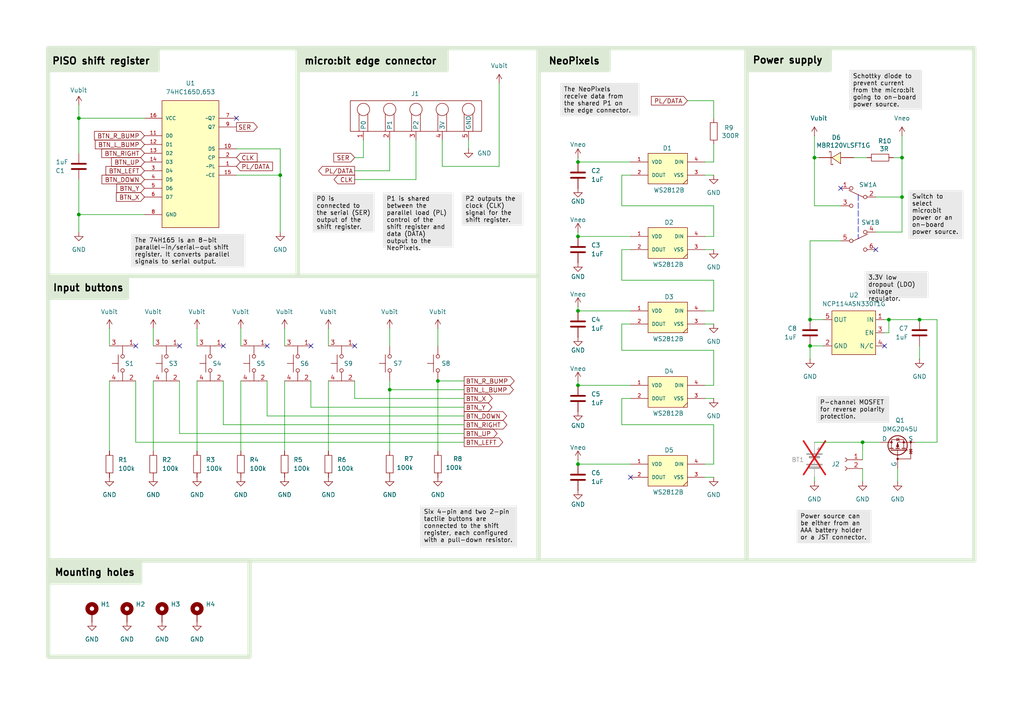
<source format=kicad_sch>
(kicad_sch (version 20250114) (generator "eeschema") (generator_version "9.0")
  (paper "A4")
  (title_block (title "solder:bit Gamepad") (date "2025-07-15") (rev "v0.7") (company "pro² network+ summer school 2025") (comment 1 "Lancaster University") (comment 2 "Manuel Heredia") (comment 3 "solder:bit Gamepad"))
  (rectangle (start 13.97 13.97) (end 45.72 20.32) (stroke (width 1.27) (color 220 234 213 1)) (fill (type color) (color 220 234 213 1)))
  (rectangle (start 13.97 80.01) (end 36.83 86.36) (stroke (width 1.27) (color 220 234 213 1)) (fill (type color) (color 220 234 213 1)))
  (rectangle (start 13.97 162.56) (end 72.39 190.5) (stroke (width 1.27) (color 220 234 213 1)))
  (rectangle (start 216.535 13.97) (end 282.575 162.56) (stroke (width 1.27) (color 220 234 213 1)))
  (rectangle (start 156.21 13.97) (end 176.53 20.32) (stroke (width 1.27) (color 220 234 213 1)) (fill (type color) (color 220 234 213 1)))
  (rectangle (start 13.97 162.56) (end 40.64 168.91) (stroke (width 1.27) (color 220 234 213 1)) (fill (type color) (color 220 234 213 1)))
  (rectangle (start 86.36 13.97) (end 129.54 20.32) (stroke (width 1.27) (color 220 234 213 1)) (fill (type color) (color 220 234 213 1)))
  (rectangle (start 216.535 13.97) (end 240.665 20.32) (stroke (width 1.27) (color 220 234 213 1)) (fill (type color) (color 220 234 213 1)))
  (rectangle (start 86.36 13.97) (end 156.21 80.01) (stroke (width 1.27) (color 220 234 213 1)))
  (rectangle (start 156.21 13.97) (end 216.535 162.56) (stroke (width 1.27) (color 220 234 213 1)))
  (rectangle (start 13.97 80.01) (end 156.21 162.56) (stroke (width 1.27) (color 220 234 213 1)))
  (rectangle (start 13.97 13.97) (end 86.36 80.01) (stroke (width 1.27) (color 220 234 213 1)))
  (text "NeoPixels" (at 159.004 19.05 0) (effects (font (size 2 2) (thickness 0.4) (bold yes)) (justify left bottom)))
  (text "Input buttons" (at 15.24 84.836 0) (effects (font (size 2 2) (thickness 0.4) (bold yes)) (justify left bottom)))
  (text "Power supply" (at 218.186 18.796 0) (effects (font (size 2 2) (thickness 0.4) (bold yes)) (justify left bottom)))
  (text "micro:bit edge connector " (at 88.138 19.05 0) (effects (font (size 2 2) (thickness 0.4) (bold yes)) (justify left bottom)))
  (text "Mounting holes" (at 15.748 167.386 0) (effects (font (size 2 2) (thickness 0.4) (bold yes)) (justify left bottom)))
  (text "PISO shift register" (at 14.986 19.05 0) (effects (font (size 2 2) (thickness 0.4) (bold yes)) (justify left bottom)))
  (text_box "P0 is connected to the serial (SER) output of the shift register." (at 90.805 55.88 0) (size 17.78 11.43) (margins 0.9525 0.9525 0.9525 0.9525) (stroke (width 0) (color 233 233 233 1)) (fill (type color) (color 233 233 233 1)) (effects (font (size 1.27 1.27)) (justify left top)))
  (text_box "P2 outputs the clock (CLK) signal for the shift register." (at 133.985 55.88 0) (size 17.78 9.525) (margins 0.9525 0.9525 0.9525 0.9525) (stroke (width 0) (color 233 233 233 1)) (fill (type color) (color 233 233 233 1)) (effects (font (size 1.27 1.27)) (justify left top)))
  (text_box "Schottky diode to prevent current from the micro:bit going to on-board power source." (at 246.38 20.32 0) (size 20.955 11.43) (margins 0.9525 0.9525 0.9525 0.9525) (stroke (width 0) (color 233 233 233 1)) (fill (type color) (color 233 233 233 1)) (effects (font (size 1.27 1.27)) (justify left top)))
  (text_box "P1 is shared between the parallel load (PL) control of the shift register and data (DATA) output to the NeoPixels." (at 111.125 55.88 0) (size 20.32 15.875) (margins 0.9525 0.9525 0.9525 0.9525) (stroke (width 0) (color 233 233 233 1)) (fill (type color) (color 233 233 233 1)) (effects (font (size 1.27 1.27)) (justify left top)))
  (text_box "Switch to select micro:bit power or an on-board power source." (at 263.525 55.245 0) (size 15.875 13.97) (margins 0.9525 0.9525 0.9525 0.9525) (stroke (width 0) (color 233 233 233 1)) (fill (type color) (color 233 233 233 1)) (effects (font (size 1.27 1.27)) (justify left top)))
  (text_box "3.3V low dropout (LDO) voltage regulator." (at 250.825 78.74 0) (size 18.415 7.62) (margins 0.9525 0.9525 0.9525 0.9525) (stroke (width 0) (color 233 233 233 1)) (fill (type color) (color 233 233 233 1)) (effects (font (size 1.27 1.27)) (justify left top)))
  (text_box "The 74H165 is an 8-bit parallel-in/serial-out shift register. It converts parallel signals to serial output." (at 38.1 67.945 0) (size 33.02 9.525) (margins 0.9525 0.9525 0.9525 0.9525) (stroke (width 0) (color 233 233 233 1)) (fill (type color) (color 233 233 233 1)) (effects (font (size 1.27 1.27)) (justify left top)))
  (text_box "P-channel MOSFET for reverse polarity protection. " (at 236.855 114.935 0) (size 20.955 7.62) (margins 0.9525 0.9525 0.9525 0.9525) (stroke (width 0) (color 233 233 233 1)) (fill (type color) (color 233 233 233 1)) (effects (font (size 1.27 1.27)) (justify left top)))
  (text_box "Six 4-pin and two 2-pin tactile buttons are connected to the shift register, each configured with a pull-down resistor." (at 121.92 146.685 0) (size 27.94 12.065) (margins 0.9525 0.9525 0.9525 0.9525) (stroke (width 0) (color 233 233 233 1)) (fill (type color) (color 233 233 233 1)) (effects (font (size 1.27 1.27)) (justify left top)))
  (text_box "The NeoPixels receive data from the shared P1 on the edge connector. " (at 162.56 24.13 0) (size 22.86 9.525) (margins 0.9525 0.9525 0.9525 0.9525) (stroke (width 0) (color 233 233 233 1)) (fill (type color) (color 233 233 233 1)) (effects (font (size 1.27 1.27)) (justify left top)))
  (text_box "Power source can be either from an AAA battery holder or a JST connector. " (at 231.14 147.955 0) (size 21.59 9.525) (margins 0.9525 0.9525 0.9525 0.9525) (stroke (width 0) (color 233 233 233 1)) (fill (type color) (color 233 233 233 1)) (effects (font (size 1.27 1.27)) (justify left top)))
  (junction (at 167.64 68.58))
  (junction (at 234.95 92.71))
  (junction (at 236.22 45.72))
  (junction (at 266.7 92.71))
  (junction (at 234.95 100.33))
  (junction (at 22.86 62.23))
  (junction (at 22.86 34.29))
  (junction (at 261.62 57.15))
  (junction (at 167.64 46.99))
  (junction (at 81.28 50.8))
  (junction (at 257.81 92.71))
  (junction (at 167.64 90.17))
  (junction (at 167.64 111.76))
  (junction (at 167.64 134.62))
  (junction (at 127 110.49))
  (junction (at 261.62 45.72))
  (junction (at 113.03 113.03))
  (junction (at 250.19 128.27))
  (no_connect (at 243.84 54.61))
  (no_connect (at 52.07 100.33))
  (no_connect (at 77.47 100.33))
  (no_connect (at 64.77 100.33))
  (no_connect (at 254 72.39))
  (no_connect (at 39.37 100.33))
  (no_connect (at 90.17 100.33))
  (no_connect (at 182.88 138.43))
  (no_connect (at 256.54 100.33))
  (no_connect (at 68.58 34.29))
  (no_connect (at 102.87 100.33))
  (wire (pts (xy 207.01 46.99) (xy 204.47 46.99)))
  (wire (pts (xy 113.03 113.03) (xy 113.03 130.81)))
  (wire (pts (xy 259.08 45.72) (xy 261.62 45.72)))
  (wire (pts (xy 167.64 88.9) (xy 167.64 90.17)))
  (wire (pts (xy 204.47 138.43) (xy 207.01 138.43)))
  (wire (pts (xy 237.49 45.72) (xy 236.22 45.72)))
  (wire (pts (xy 182.88 115.57) (xy 180.34 115.57)))
  (wire (pts (xy 261.62 67.31) (xy 254 67.31)))
  (wire (pts (xy 182.88 50.8) (xy 180.34 50.8)))
  (wire (pts (xy 257.81 92.71) (xy 257.81 96.52)))
  (wire (pts (xy 127 110.49) (xy 127 130.81)))
  (wire (pts (xy 180.34 81.28) (xy 207.01 81.28)))
  (wire (pts (xy 167.64 134.62) (xy 182.88 134.62)))
  (wire (pts (xy 22.86 52.07) (xy 22.86 62.23)))
  (wire (pts (xy 120.65 40.64) (xy 120.65 52.07)))
  (wire (pts (xy 167.64 133.35) (xy 167.64 134.62)))
  (wire (pts (xy 238.76 92.71) (xy 234.95 92.71)))
  (wire (pts (xy 102.87 110.49) (xy 102.87 115.57)))
  (wire (pts (xy 120.65 52.07) (xy 102.87 52.07)))
  (wire (pts (xy 250.19 128.27) (xy 250.19 133.35)))
  (wire (pts (xy 236.22 45.72) (xy 236.22 59.69)))
  (wire (pts (xy 69.85 110.49) (xy 69.85 130.81)))
  (wire (pts (xy 128.27 48.26) (xy 144.78 48.26)))
  (wire (pts (xy 167.64 90.17) (xy 182.88 90.17)))
  (wire (pts (xy 167.64 67.31) (xy 167.64 68.58)))
  (wire (pts (xy 127 95.25) (xy 127 100.33)))
  (wire (pts (xy 251.46 45.72) (xy 247.65 45.72)))
  (wire (pts (xy 234.95 69.85) (xy 234.95 92.71)))
  (wire (pts (xy 180.34 101.6) (xy 207.01 101.6)))
  (wire (pts (xy 68.58 50.8) (xy 81.28 50.8)))
  (wire (pts (xy 69.85 95.25) (xy 69.85 100.33)))
  (wire (pts (xy 22.86 34.29) (xy 22.86 44.45)))
  (wire (pts (xy 204.47 93.98) (xy 207.01 93.98)))
  (wire (pts (xy 39.37 110.49) (xy 39.37 128.27)))
  (wire (pts (xy 113.03 49.53) (xy 102.87 49.53)))
  (wire (pts (xy 271.78 92.71) (xy 266.7 92.71)))
  (wire (pts (xy 254 57.15) (xy 261.62 57.15)))
  (wire (pts (xy 204.47 115.57) (xy 207.01 115.57)))
  (wire (pts (xy 167.64 110.49) (xy 167.64 111.76)))
  (wire (pts (xy 90.17 110.49) (xy 90.17 118.11)))
  (wire (pts (xy 81.28 43.18) (xy 81.28 50.8)))
  (wire (pts (xy 82.55 110.49) (xy 82.55 130.81)))
  (wire (pts (xy 167.64 68.58) (xy 182.88 68.58)))
  (wire (pts (xy 64.77 110.49) (xy 64.77 123.19)))
  (wire (pts (xy 207.01 41.91) (xy 207.01 46.99)))
  (wire (pts (xy 167.64 46.99) (xy 182.88 46.99)))
  (wire (pts (xy 90.17 118.11) (xy 134.62 118.11)))
  (wire (pts (xy 207.01 101.6) (xy 207.01 111.76)))
  (wire (pts (xy 41.91 34.29) (xy 22.86 34.29)))
  (wire (pts (xy 113.03 110.49) (xy 113.03 113.03)))
  (wire (pts (xy 243.84 69.85) (xy 234.95 69.85)))
  (wire (pts (xy 134.62 128.27) (xy 39.37 128.27)))
  (wire (pts (xy 102.87 45.72) (xy 105.41 45.72)))
  (wire (pts (xy 260.35 135.89) (xy 260.35 139.7)))
  (wire (pts (xy 180.34 115.57) (xy 180.34 123.19)))
  (wire (pts (xy 236.22 128.27) (xy 250.19 128.27)))
  (wire (pts (xy 250.19 128.27) (xy 255.27 128.27)))
  (wire (pts (xy 207.01 68.58) (xy 204.47 68.58)))
  (wire (pts (xy 113.03 40.64) (xy 113.03 49.53)))
  (wire (pts (xy 167.64 111.76) (xy 182.88 111.76)))
  (wire (pts (xy 182.88 72.39) (xy 180.34 72.39)))
  (wire (pts (xy 52.07 125.73) (xy 134.62 125.73)))
  (wire (pts (xy 207.01 34.29) (xy 207.01 29.21)))
  (wire (pts (xy 265.43 128.27) (xy 271.78 128.27)))
  (wire (pts (xy 68.58 43.18) (xy 81.28 43.18)))
  (wire (pts (xy 22.86 34.29) (xy 22.86 30.48)))
  (wire (pts (xy 207.01 134.62) (xy 204.47 134.62)))
  (wire (pts (xy 105.41 45.72) (xy 105.41 40.64)))
  (wire (pts (xy 127 110.49) (xy 134.62 110.49)))
  (wire (pts (xy 182.88 93.98) (xy 180.34 93.98)))
  (wire (pts (xy 207.01 111.76) (xy 204.47 111.76)))
  (wire (pts (xy 81.28 50.8) (xy 81.28 67.31)))
  (wire (pts (xy 95.25 95.25) (xy 95.25 100.33)))
  (wire (pts (xy 180.34 50.8) (xy 180.34 59.69)))
  (wire (pts (xy 261.62 57.15) (xy 261.62 67.31)))
  (wire (pts (xy 234.95 100.33) (xy 234.95 104.14)))
  (wire (pts (xy 128.27 48.26) (xy 128.27 40.64)))
  (wire (pts (xy 82.55 95.25) (xy 82.55 100.33)))
  (wire (pts (xy 113.03 95.25) (xy 113.03 100.33)))
  (polyline (pts (xy 248.92 56.515) (xy 248.92 69.215)) (stroke (width 0) (type dash)))
  (wire (pts (xy 57.15 110.49) (xy 57.15 130.81)))
  (wire (pts (xy 113.03 113.03) (xy 134.62 113.03)))
  (wire (pts (xy 207.01 90.17) (xy 204.47 90.17)))
  (wire (pts (xy 256.54 96.52) (xy 257.81 96.52)))
  (wire (pts (xy 236.22 39.37) (xy 236.22 45.72)))
  (wire (pts (xy 95.25 110.49) (xy 95.25 130.81)))
  (wire (pts (xy 31.75 95.25) (xy 31.75 100.33)))
  (wire (pts (xy 31.75 110.49) (xy 31.75 130.81)))
  (wire (pts (xy 236.22 59.69) (xy 243.84 59.69)))
  (wire (pts (xy 41.91 62.23) (xy 22.86 62.23)))
  (wire (pts (xy 44.45 110.49) (xy 44.45 130.81)))
  (wire (pts (xy 144.78 24.13) (xy 144.78 48.26)))
  (wire (pts (xy 261.62 45.72) (xy 261.62 57.15)))
  (wire (pts (xy 238.76 100.33) (xy 234.95 100.33)))
  (wire (pts (xy 266.7 92.71) (xy 257.81 92.71)))
  (wire (pts (xy 271.78 128.27) (xy 271.78 92.71)))
  (wire (pts (xy 207.01 59.69) (xy 207.01 68.58)))
  (wire (pts (xy 261.62 39.37) (xy 261.62 45.72)))
  (wire (pts (xy 180.34 123.19) (xy 207.01 123.19)))
  (wire (pts (xy 236.22 139.7) (xy 236.22 138.43)))
  (wire (pts (xy 64.77 123.19) (xy 134.62 123.19)))
  (wire (pts (xy 180.34 72.39) (xy 180.34 81.28)))
  (wire (pts (xy 22.86 62.23) (xy 22.86 67.31)))
  (wire (pts (xy 167.64 45.72) (xy 167.64 46.99)))
  (wire (pts (xy 250.19 139.7) (xy 250.19 135.89)))
  (wire (pts (xy 207.01 29.21) (xy 199.39 29.21)))
  (wire (pts (xy 102.87 115.57) (xy 134.62 115.57)))
  (wire (pts (xy 266.7 100.33) (xy 266.7 104.14)))
  (wire (pts (xy 207.01 81.28) (xy 207.01 90.17)))
  (wire (pts (xy 204.47 72.39) (xy 207.01 72.39)))
  (wire (pts (xy 135.89 40.64) (xy 135.89 43.18)))
  (wire (pts (xy 180.34 93.98) (xy 180.34 101.6)))
  (wire (pts (xy 180.34 59.69) (xy 207.01 59.69)))
  (wire (pts (xy 52.07 110.49) (xy 52.07 125.73)))
  (wire (pts (xy 77.47 120.65) (xy 134.62 120.65)))
  (wire (pts (xy 207.01 123.19) (xy 207.01 134.62)))
  (wire (pts (xy 257.81 92.71) (xy 256.54 92.71)))
  (wire (pts (xy 207.01 50.8) (xy 204.47 50.8)))
  (wire (pts (xy 77.47 110.49) (xy 77.47 120.65)))
  (wire (pts (xy 44.45 95.25) (xy 44.45 100.33)))
  (wire (pts (xy 57.15 95.25) (xy 57.15 100.33)))
  (global_label "BTN_R_BUMP" (shape output) (at 134.62 110.49 0) (property "Intersheetrefs" "${INTERSHEET_REFS}" (effects (hide yes))))
  (global_label "BTN_UP" (shape input) (at 41.91 46.99 180) (property "Intersheetrefs" "${INTERSHEET_REFS}" (effects (hide yes))))
  (global_label "SER" (shape output) (at 68.58 36.83 0) (property "Intersheetrefs" "${INTERSHEET_REFS}" (effects (hide yes))))
  (global_label "BTN_Y" (shape input) (at 41.91 54.61 180) (property "Intersheetrefs" "${INTERSHEET_REFS}" (effects (hide yes))))
  (global_label "BTN_RIGHT" (shape output) (at 134.62 123.19 0) (property "Intersheetrefs" "${INTERSHEET_REFS}" (effects (hide yes))))
  (global_label "CLK" (shape input) (at 68.58 45.72 0) (property "Intersheetrefs" "${INTERSHEET_REFS}" (effects (hide yes))))
  (global_label "BTN_LEFT" (shape input) (at 41.91 49.53 180) (property "Intersheetrefs" "${INTERSHEET_REFS}" (effects (hide yes))))
  (global_label "BTN_DOWN" (shape output) (at 134.62 120.65 0) (property "Intersheetrefs" "${INTERSHEET_REFS}" (effects (hide yes))))
  (global_label "BTN_X" (shape input) (at 41.91 57.15 180) (property "Intersheetrefs" "${INTERSHEET_REFS}" (effects (hide yes))))
  (global_label "BTN_DOWN" (shape input) (at 41.91 52.07 180) (property "Intersheetrefs" "${INTERSHEET_REFS}" (effects (hide yes))))
  (global_label "BTN_L_BUMP" (shape output) (at 134.62 113.03 0) (property "Intersheetrefs" "${INTERSHEET_REFS}" (effects (hide yes))))
  (global_label "SER" (shape input) (at 102.87 45.72 180) (property "Intersheetrefs" "${INTERSHEET_REFS}" (effects (hide yes))))
  (global_label "BTN_LEFT" (shape output) (at 134.62 128.27 0) (property "Intersheetrefs" "${INTERSHEET_REFS}" (effects (hide yes))))
  (global_label "BTN_L_BUMP" (shape input) (at 41.91 41.91 180) (property "Intersheetrefs" "${INTERSHEET_REFS}" (effects (hide yes))))
  (global_label "PL{slash}DATA" (shape input) (at 68.58 48.26 0) (property "Intersheetrefs" "${INTERSHEET_REFS}" (effects (hide yes))))
  (global_label "BTN_Y" (shape output) (at 134.62 118.11 0) (property "Intersheetrefs" "${INTERSHEET_REFS}" (effects (hide yes))))
  (global_label "PL{slash}DATA" (shape output) (at 102.87 49.53 180) (property "Intersheetrefs" "${INTERSHEET_REFS}" (effects (hide yes))))
  (global_label "BTN_UP" (shape output) (at 134.62 125.73 0) (property "Intersheetrefs" "${INTERSHEET_REFS}" (effects (hide yes))))
  (global_label "CLK" (shape output) (at 102.87 52.07 180) (property "Intersheetrefs" "${INTERSHEET_REFS}" (effects (hide yes))))
  (global_label "BTN_RIGHT" (shape input) (at 41.91 44.45 180) (property "Intersheetrefs" "${INTERSHEET_REFS}" (effects (hide yes))))
  (global_label "BTN_X" (shape output) (at 134.62 115.57 0) (property "Intersheetrefs" "${INTERSHEET_REFS}" (effects (hide yes))))
  (global_label "BTN_R_BUMP" (shape input) (at 41.91 39.37 180) (property "Intersheetrefs" "${INTERSHEET_REFS}" (effects (hide yes))))
  (global_label "PL{slash}DATA" (shape input) (at 199.39 29.21 180) (property "Intersheetrefs" "${INTERSHEET_REFS}" (effects (hide yes))))
  (symbol (lib_id "Solderbit_Gamepad:Resistor") (at 82.55 134.62 0) (mirror y) (unit 1)
    (property "Reference" "R5" (at 85.09 133.35 0) (effects (justify right)))
    (property "Value" "100k" (at 85.09 135.8899 0) (effects (justify right)))
    (property "Footprint" "Solderbit_Gamepad:1206_Resistor" (effects (hide yes)))
    (property "Description" "Resistor" (effects (hide yes)))
    (property "Basic" "Yes" (effects (hide yes)))
    (property "LCSC Part" "C17900" (effects (hide yes)))
    (property "Package" "1206" (effects (hide yes)))
  )
  (symbol (lib_id "power:GND") (at 207.01 138.43 0) (unit 1)
    (property "Reference" "#PWR015" (effects (hide yes)))
    (property "Value" "GND" (at 207.01 143.51 0))
    (property "Description" "Power symbol creates a global label with name \"GND\" , ground" (effects (hide yes)))
  )
  (symbol (lib_id "power:GND") (at 82.55 138.43 0) (mirror y) (unit 1)
    (property "Reference" "#PWR034" (effects (hide yes)))
    (property "Value" "GND" (at 82.55 143.51 0))
    (property "Description" "Power symbol creates a global label with name \"GND\" , ground" (effects (hide yes)))
  )
  (symbol (lib_name "NeoPixel_WS2812B_1") (lib_id "Solderbit_Gamepad:NeoPixel_WS2812B") (at 194.31 73.66 0) (unit 1)
    (property "Reference" "D2" (at 194.056 64.516 0))
    (property "Value" "WS2812B" (at 193.802 76.708 0))
    (property "Footprint" "Solderbit_Gamepad:NeoPixel_WS2812B" (effects (hide yes)))
    (property "Description" "NeoPixel (WS2812B)" (effects (hide yes)))
  )
  (symbol (lib_id "power:GND") (at 113.03 138.43 0) (mirror y) (unit 1)
    (property "Reference" "#PWR038" (effects (hide yes)))
    (property "Value" "GND" (at 113.03 143.51 0))
    (property "Description" "Power symbol creates a global label with name \"GND\" , ground" (effects (hide yes)))
  )
  (symbol (lib_id "Mechanical:MountingHole_Pad") (at 26.67 177.8 0) (unit 1)
    (property "Reference" "H1" (at 29.21 175.2599 0) (effects (justify left)))
    (property "Value" "MountingHole_Pad" (effects (hide yes)))
    (property "Footprint" "Solderbit_Gamepad:MountingHole_Pad" (effects (hide yes)))
    (property "Description" "Mounting Hole with connection" (effects (hide yes)))
  )
  (symbol (lib_id "power:+3V0") (at 236.22 39.37 0) (mirror y) (unit 1)
    (property "Reference" "#PWR025" (effects (hide yes)))
    (property "Value" "Vubit" (at 237.49 34.29 0))
    (property "Description" "Power symbol creates a global label with name \"+3V0\"" (effects (hide yes)))
  )
  (symbol (lib_id "power:GND") (at 167.64 54.61 0) (unit 1)
    (property "Reference" "#PWR08" (effects (hide yes)))
    (property "Value" "GND" (at 167.64 58.42 0))
    (property "Description" "Power symbol creates a global label with name \"GND\" , ground" (effects (hide yes)))
  )
  (symbol (lib_id "Solderbit_Gamepad:Tactile_Switch_2_Pin") (at 127 105.41 0) (unit 1)
    (property "Reference" "S8" (at 128.016 105.41 0) (effects (justify left)))
    (property "Value" "TS-1037-A4B3-D2" (effects (hide yes)))
    (property "Footprint" "Solderbit_Gamepad:Tactile_Switch_Right_90_Degrees" (effects (hide yes)))
    (property "Description" "Push button switch, generic, two pins" (effects (hide yes)))
    (property "Package" "SMD,6x6mm" (effects (hide yes)))
    (property "Basic" "No" (effects (hide yes)))
    (property "LCSC Part" "C499324" (effects (hide yes)))
  )
  (symbol (lib_id "Solderbit_Gamepad:Tactile_Switch_2_Pin") (at 113.03 105.41 0) (unit 1)
    (property "Reference" "S7" (at 114.046 105.41 0) (effects (justify left)))
    (property "Value" "TS-1037-A4B3-D2" (effects (hide yes)))
    (property "Footprint" "Solderbit_Gamepad:Tactile_Switch_Left_90_Degrees" (effects (hide yes)))
    (property "Description" "Push button switch, generic, two pins" (effects (hide yes)))
    (property "Package" "SMD,6x6mm" (effects (hide yes)))
    (property "Basic" "No" (effects (hide yes)))
    (property "LCSC Part" "C499324" (effects (hide yes)))
  )
  (symbol (lib_id "Solderbit_Gamepad:Capacitor") (at 167.64 50.8 0) (unit 1)
    (property "Reference" "C2" (at 171.45 49.5299 0) (effects (justify left)))
    (property "Value" "1uF" (at 171.45 52.0699 0) (effects (justify left)))
    (property "Footprint" "Solderbit_Gamepad:1206_Capacitor" (effects (hide yes)))
    (property "Description" "Unpolarized capacitor" (effects (hide yes)))
    (property "Basic" "Yes" (effects (hide yes)))
    (property "LCSC Part" "C1848" (effects (hide yes)))
    (property "Package" "1206" (effects (hide yes)))
  )
  (symbol (lib_id "power:+3V0") (at 22.86 30.48 0) (unit 1)
    (property "Reference" "#PWR03" (effects (hide yes)))
    (property "Value" "Vubit" (at 20.32 26.162 0) (effects (justify left)))
    (property "Description" "Power symbol creates a global label with name \"+3V0\"" (effects (hide yes)))
  )
  (symbol (lib_id "power:GND") (at 236.22 139.7 0) (mirror y) (unit 1)
    (property "Reference" "#PWR043" (effects (hide yes)))
    (property "Value" "GND" (at 236.22 144.78 0))
    (property "Description" "Power symbol creates a global label with name \"GND\" , ground" (effects (hide yes)))
  )
  (symbol (lib_name "Tactile_Switch_4_Pin_3") (lib_id "Solderbit_Gamepad:Tactile_Switch_4_Pin") (at 73.66 105.41 0) (mirror y) (unit 1)
    (property "Reference" "S5" (at 76.962 106.172 0) (effects (justify left bottom)))
    (property "Value" "TS-1002S-AR06026" (effects (hide yes)))
    (property "Footprint" "Solderbit_Gamepad:Tactile_Switch" (effects (hide yes)))
    (property "Description" "Tactile switch button, 4 pins" (effects (hide yes)))
  )
  (symbol (lib_id "Solderbit_Gamepad:Resistor") (at 57.15 134.62 0) (mirror y) (unit 1)
    (property "Reference" "R3" (at 59.69 133.35 0) (effects (justify right)))
    (property "Value" "100k" (at 59.69 135.8899 0) (effects (justify right)))
    (property "Footprint" "Solderbit_Gamepad:1206_Resistor" (effects (hide yes)))
    (property "Description" "Resistor" (effects (hide yes)))
    (property "Basic" "Yes" (effects (hide yes)))
    (property "LCSC Part" "C17900" (effects (hide yes)))
    (property "Package" "1206" (effects (hide yes)))
  )
  (symbol (lib_id "Solderbit_Gamepad:Resistor") (at 31.75 134.62 0) (mirror y) (unit 1)
    (property "Reference" "R1" (at 34.29 133.3499 0) (effects (justify right)))
    (property "Value" "100k" (at 34.29 135.8899 0) (effects (justify right)))
    (property "Footprint" "Solderbit_Gamepad:1206_Resistor" (effects (hide yes)))
    (property "Description" "Resistor" (effects (hide yes)))
    (property "Basic" "Yes" (effects (hide yes)))
    (property "LCSC Part" "C17900" (effects (hide yes)))
    (property "Package" "1206" (effects (hide yes)))
  )
  (symbol (lib_id "Solderbit_Gamepad:Capacitor") (at 266.7 96.52 0) (mirror y) (unit 1)
    (property "Reference" "C7" (at 263.398 95.25 0) (effects (justify left)))
    (property "Value" "1uF" (at 263.398 97.79 0) (effects (justify left)))
    (property "Footprint" "Solderbit_Gamepad:1206_Capacitor" (effects (hide yes)))
    (property "Description" "Unpolarized capacitor" (effects (hide yes)))
    (property "Basic" "Yes" (effects (hide yes)))
    (property "LCSC Part" "C1848" (effects (hide yes)))
    (property "Package" "1206" (effects (hide yes)))
  )
  (symbol (lib_name "Sliding_Switch_DPDT_1") (lib_id "Solderbit_Gamepad:Sliding_Switch_DPDT") (at 248.92 69.85 0) (unit 2)
    (property "Reference" "SW1" (at 252.476 64.516 0))
    (property "Value" "MST22D18G2 125" (effects (hide yes)))
    (property "Footprint" "Solderbit_Gamepad:Sliding_Switch_DPDT" (effects (hide yes)))
    (property "Description" "Switch, dual pole double throw, separate symbols" (effects (hide yes)))
    (property "Basic" "No" (effects (hide yes)))
    (property "LCSC Part" "C2906280" (effects (hide yes)))
    (property "Package" "SMD" (effects (hide yes)))
  )
  (symbol (lib_id "Solderbit_Gamepad:Shift_Register_74HC165D") (at 59.69 50.8 0) (unit 1)
    (property "Reference" "U1" (at 55.245 24.13 0))
    (property "Value" "74HC165D,653" (at 55.245 26.67 0))
    (property "Footprint" "Solderbit_Gamepad:Shift_Register_74HC165D" (effects (hide yes)))
    (property "Description" "Parallel in, serial out (PISO) shift register" (effects (hide yes)))
    (property "Basic" "No" (effects (hide yes)))
    (property "LCSC Part" "C5613" (effects (hide yes)))
    (property "Package" " SOIC-16" (effects (hide yes)))
  )
  (symbol (lib_id "power:+3V0") (at 167.64 67.31 0) (unit 1)
    (property "Reference" "#PWR020" (effects (hide yes)))
    (property "Value" "Vneo" (at 167.64 63.754 0))
    (property "Description" "Power symbol creates a global label with name \"+3V0\"" (effects (hide yes)))
  )
  (symbol (lib_id "power:GND") (at 57.15 180.34 0) (unit 1)
    (property "Reference" "#PWR048" (effects (hide yes)))
    (property "Value" "GND" (at 57.15 185.42 0))
    (property "Description" "Power symbol creates a global label with name \"GND\" , ground" (effects (hide yes)))
  )
  (symbol (lib_name "NeoPixel_WS2812B_1") (lib_id "Solderbit_Gamepad:NeoPixel_WS2812B") (at 194.31 116.84 0) (unit 1)
    (property "Reference" "D4" (at 194.056 107.696 0))
    (property "Value" "WS2812B" (at 193.802 119.888 0))
    (property "Footprint" "Solderbit_Gamepad:NeoPixel_WS2812B" (effects (hide yes)))
    (property "Description" "NeoPixel (WS2812B)" (effects (hide yes)))
  )
  (symbol (lib_id "power:GND") (at 260.35 139.7 0) (mirror y) (unit 1)
    (property "Reference" "#PWR09" (effects (hide yes)))
    (property "Value" "GND" (at 260.35 144.78 0))
    (property "Description" "Power symbol creates a global label with name \"GND\" , ground" (effects (hide yes)))
  )
  (symbol (lib_id "Connector:Conn_01x02_Socket") (at 245.11 133.35 0) (mirror y) (unit 1)
    (property "Reference" "J2" (at 243.586 134.62 0) (effects (justify left)))
    (property "Value" "S2B-PH-SM4-TB(LF)(SN)" (effects (hide yes)))
    (property "Footprint" "Solderbit_Gamepad:JST_PH_S2B-PH-SM4-TB" (effects (hide yes)))
    (property "Description" "Generic connector, single row, 01x02, script generated" (effects (hide yes)))
    (property "Basic" "No" (effects (hide yes)))
    (property "LCSC Part" "C295747" (effects (hide yes)))
    (property "Package" "SMD,P=2mm,Surface Mount，Right Angle" (effects (hide yes)))
  )
  (symbol (lib_id "Solderbit_Gamepad:Microbit_Edge_Connector") (at 120.65 34.29 0) (unit 1) (in_bom no)
    (property "Reference" "J1" (at 120.396 27.178 0))
    (property "Value" "Microbit_Edge_Connector" (effects (hide yes)))
    (property "Footprint" "Solderbit_Gamepad:Microbit_Edge_Connector" (effects (hide yes)))
    (property "Description" "Custom designed edge connector for the micro:bit" (effects (hide yes)))
  )
  (symbol (lib_id "Mechanical:MountingHole_Pad") (at 46.99 177.8 0) (unit 1)
    (property "Reference" "H3" (at 49.53 175.2599 0) (effects (justify left)))
    (property "Value" "MountingHole_Pad" (effects (hide yes)))
    (property "Footprint" "Solderbit_Gamepad:MountingHole_Pad" (effects (hide yes)))
    (property "Description" "Mounting Hole with connection" (effects (hide yes)))
  )
  (symbol (lib_id "power:GND") (at 69.85 138.43 0) (mirror y) (unit 1)
    (property "Reference" "#PWR033" (effects (hide yes)))
    (property "Value" "GND" (at 69.85 143.51 0))
    (property "Description" "Power symbol creates a global label with name \"GND\" , ground" (effects (hide yes)))
  )
  (symbol (lib_id "power:GND") (at 167.64 97.79 0) (unit 1)
    (property "Reference" "#PWR013" (effects (hide yes)))
    (property "Value" "GND" (at 167.64 101.6 0))
    (property "Description" "Power symbol creates a global label with name \"GND\" , ground" (effects (hide yes)))
  )
  (symbol (lib_id "power:+3V0") (at 69.85 95.25 0) (mirror y) (unit 1)
    (property "Reference" "#PWR029" (effects (hide yes)))
    (property "Value" "Vubit" (at 67.31 90.424 0) (effects (justify right)))
    (property "Description" "Power symbol creates a global label with name \"+3V0\"" (effects (hide yes)))
  )
  (symbol (lib_id "Solderbit_Gamepad:Capacitor") (at 167.64 93.98 0) (unit 1)
    (property "Reference" "C4" (at 171.45 92.7099 0) (effects (justify left)))
    (property "Value" "1uF" (at 171.45 95.2499 0) (effects (justify left)))
    (property "Footprint" "Solderbit_Gamepad:1206_Capacitor" (effects (hide yes)))
    (property "Description" "Unpolarized capacitor" (effects (hide yes)))
    (property "Basic" "Yes" (effects (hide yes)))
    (property "LCSC Part" "C1848" (effects (hide yes)))
    (property "Package" "1206" (effects (hide yes)))
  )
  (symbol (lib_id "power:GND") (at 57.15 138.43 0) (mirror y) (unit 1)
    (property "Reference" "#PWR032" (effects (hide yes)))
    (property "Value" "GND" (at 57.15 143.51 0))
    (property "Description" "Power symbol creates a global label with name \"GND\" , ground" (effects (hide yes)))
  )
  (symbol (lib_id "Solderbit_Gamepad:Capacitor") (at 167.64 138.43 0) (unit 1)
    (property "Reference" "C6" (at 171.45 137.1599 0) (effects (justify left)))
    (property "Value" "1uF" (at 171.45 139.6999 0) (effects (justify left)))
    (property "Footprint" "Solderbit_Gamepad:1206_Capacitor" (effects (hide yes)))
    (property "Description" "Unpolarized capacitor" (effects (hide yes)))
    (property "Basic" "Yes" (effects (hide yes)))
    (property "LCSC Part" "C1848" (effects (hide yes)))
    (property "Package" "1206" (effects (hide yes)))
  )
  (symbol (lib_name "NeoPixel_WS2812B_1") (lib_id "Solderbit_Gamepad:NeoPixel_WS2812B") (at 194.31 95.25 0) (unit 1)
    (property "Reference" "D3" (at 194.056 86.106 0))
    (property "Value" "WS2812B" (at 193.802 98.298 0))
    (property "Footprint" "Solderbit_Gamepad:NeoPixel_WS2812B" (effects (hide yes)))
    (property "Description" "NeoPixel (WS2812B)" (effects (hide yes)))
  )
  (symbol (lib_id "power:GND") (at 44.45 138.43 0) (mirror y) (unit 1)
    (property "Reference" "#PWR031" (effects (hide yes)))
    (property "Value" "GND" (at 44.45 143.51 0))
    (property "Description" "Power symbol creates a global label with name \"GND\" , ground" (effects (hide yes)))
  )
  (symbol (lib_id "Solderbit_Gamepad:Resistor") (at 113.03 134.62 0) (mirror x) (unit 1)
    (property "Reference" "R7" (at 119.888 133.0961 0) (effects (justify right)))
    (property "Value" "100k" (at 119.888 135.636 0) (effects (justify right)))
    (property "Footprint" "Solderbit_Gamepad:1206_Resistor" (effects (hide yes)))
    (property "Description" "Resistor" (effects (hide yes)))
    (property "Basic" "Yes" (effects (hide yes)))
    (property "LCSC Part" "C17900" (effects (hide yes)))
    (property "Package" "1206" (effects (hide yes)))
  )
  (symbol (lib_id "power:GND") (at 167.64 76.2 0) (unit 1)
    (property "Reference" "#PWR012" (effects (hide yes)))
    (property "Value" "GND" (at 167.64 80.264 0))
    (property "Description" "Power symbol creates a global label with name \"GND\" , ground" (effects (hide yes)))
  )
  (symbol (lib_id "Solderbit_Gamepad:Capacitor") (at 234.95 96.52 0) (mirror y) (unit 1)
    (property "Reference" "C8" (at 231.14 95.2499 0) (effects (justify left)))
    (property "Value" "1uF" (at 231.14 97.7899 0) (effects (justify left)))
    (property "Footprint" "Solderbit_Gamepad:1206_Capacitor" (effects (hide yes)))
    (property "Description" "Unpolarized capacitor" (effects (hide yes)))
    (property "Basic" "Yes" (effects (hide yes)))
    (property "LCSC Part" "C1848" (effects (hide yes)))
    (property "Package" "1206" (effects (hide yes)))
  )
  (symbol (lib_name "Tactile_Switch_4_Pin_3") (lib_id "Solderbit_Gamepad:Tactile_Switch_4_Pin") (at 60.96 105.41 0) (mirror y) (unit 1)
    (property "Reference" "S4" (at 64.262 106.172 0) (effects (justify left bottom)))
    (property "Value" "TS-1002S-AR06026" (effects (hide yes)))
    (property "Footprint" "Solderbit_Gamepad:Tactile_Switch" (effects (hide yes)))
    (property "Description" "Tactile switch button, 4 pins" (effects (hide yes)))
  )
  (symbol (lib_name "Tactile_Switch_4_Pin_3") (lib_id "Solderbit_Gamepad:Tactile_Switch_4_Pin") (at 99.06 105.41 0) (mirror y) (unit 1)
    (property "Reference" "S9" (at 102.362 106.172 0) (effects (justify left bottom)))
    (property "Value" "TS-1002S-AR06026" (effects (hide yes)))
    (property "Footprint" "Solderbit_Gamepad:Tactile_Switch" (effects (hide yes)))
    (property "Description" "Tactile switch button, 4 pins" (effects (hide yes)))
  )
  (symbol (lib_id "Solderbit_Gamepad:Resistor") (at 69.85 134.62 0) (mirror y) (unit 1)
    (property "Reference" "R4" (at 72.39 133.35 0) (effects (justify right)))
    (property "Value" "100k" (at 72.39 135.8899 0) (effects (justify right)))
    (property "Footprint" "Solderbit_Gamepad:1206_Resistor" (effects (hide yes)))
    (property "Description" "Resistor" (effects (hide yes)))
    (property "Basic" "Yes" (effects (hide yes)))
    (property "LCSC Part" "C17900" (effects (hide yes)))
    (property "Package" "1206" (effects (hide yes)))
  )
  (symbol (lib_id "power:+3V0") (at 167.64 88.9 0) (unit 1)
    (property "Reference" "#PWR021" (effects (hide yes)))
    (property "Value" "Vneo" (at 167.64 85.344 0))
    (property "Description" "Power symbol creates a global label with name \"+3V0\"" (effects (hide yes)))
  )
  (symbol (lib_id "Solderbit_Gamepad:Resistor") (at 207.01 38.1 180) (unit 1)
    (property "Reference" "R9" (at 210.058 37.084 0) (effects (justify right)))
    (property "Value" "300R" (at 209.296 39.37 0) (effects (justify right)))
    (property "Footprint" "Solderbit_Gamepad:1206_Resistor" (effects (hide yes)))
    (property "Description" "Resistor" (effects (hide yes)))
    (property "Basic" "Yes" (effects (hide yes)))
    (property "LCSC Part" "C17887" (effects (hide yes)))
    (property "Package" "1206" (effects (hide yes)))
  )
  (symbol (lib_id "power:GND") (at 36.83 180.34 0) (unit 1)
    (property "Reference" "#PWR046" (effects (hide yes)))
    (property "Value" "GND" (at 36.83 185.42 0))
    (property "Description" "Power symbol creates a global label with name \"GND\" , ground" (effects (hide yes)))
  )
  (symbol (lib_id "power:+3V0") (at 167.64 45.72 0) (unit 1)
    (property "Reference" "#PWR019" (effects (hide yes)))
    (property "Value" "Vneo" (at 167.64 41.91 0))
    (property "Description" "Power symbol creates a global label with name \"+3V0\"" (effects (hide yes)))
  )
  (symbol (lib_id "power:GND") (at 234.95 104.14 0) (mirror y) (unit 1)
    (property "Reference" "#PWR041" (effects (hide yes)))
    (property "Value" "GND" (at 234.95 109.22 0))
    (property "Description" "Power symbol creates a global label with name \"GND\" , ground" (effects (hide yes)))
  )
  (symbol (lib_id "power:GND") (at 207.01 115.57 0) (unit 1)
    (property "Reference" "#PWR05" (effects (hide yes)))
    (property "Value" "GND" (at 207.01 120.65 0))
    (property "Description" "Power symbol creates a global label with name \"GND\" , ground" (effects (hide yes)))
  )
  (symbol (lib_id "power:GND") (at 135.89 43.18 0) (unit 1)
    (property "Reference" "#PWR011" (effects (hide yes)))
    (property "Value" "GND" (at 138.43 44.4499 0) (effects (justify left)))
    (property "Description" "Power symbol creates a global label with name \"GND\" , ground" (effects (hide yes)))
  )
  (symbol (lib_id "power:GND") (at 250.19 139.7 0) (mirror y) (unit 1)
    (property "Reference" "#PWR044" (effects (hide yes)))
    (property "Value" "GND" (at 250.19 144.78 0))
    (property "Description" "Power symbol creates a global label with name \"GND\" , ground" (effects (hide yes)))
  )
  (symbol (lib_id "Solderbit_Gamepad:Capacitor") (at 167.64 115.57 0) (unit 1)
    (property "Reference" "C5" (at 171.45 114.2999 0) (effects (justify left)))
    (property "Value" "1uF" (at 171.45 116.8399 0) (effects (justify left)))
    (property "Footprint" "Solderbit_Gamepad:1206_Capacitor" (effects (hide yes)))
    (property "Description" "Unpolarized capacitor" (effects (hide yes)))
    (property "Basic" "Yes" (effects (hide yes)))
    (property "LCSC Part" "C1848" (effects (hide yes)))
    (property "Package" "1206" (effects (hide yes)))
  )
  (symbol (lib_id "power:GND") (at 22.86 67.31 0) (unit 1)
    (property "Reference" "#PWR04" (effects (hide yes)))
    (property "Value" "GND" (at 22.86 72.39 0))
    (property "Description" "Power symbol creates a global label with name \"GND\" , ground" (effects (hide yes)))
  )
  (symbol (lib_id "power:GND") (at 167.64 142.24 0) (unit 1)
    (property "Reference" "#PWR016" (effects (hide yes)))
    (property "Value" "GND" (at 167.64 146.304 0))
    (property "Description" "Power symbol creates a global label with name \"GND\" , ground" (effects (hide yes)))
  )
  (symbol (lib_id "power:GND") (at 31.75 138.43 0) (mirror y) (unit 1)
    (property "Reference" "#PWR02" (effects (hide yes)))
    (property "Value" "GND" (at 31.75 143.51 0))
    (property "Description" "Power symbol creates a global label with name \"GND\" , ground" (effects (hide yes)))
  )
  (symbol (lib_id "power:+3V0") (at 82.55 95.25 0) (mirror y) (unit 1)
    (property "Reference" "#PWR030" (effects (hide yes)))
    (property "Value" "Vubit" (at 80.01 90.424 0) (effects (justify right)))
    (property "Description" "Power symbol creates a global label with name \"+3V0\"" (effects (hide yes)))
  )
  (symbol (lib_id "Solderbit_Gamepad:Resistor") (at 255.27 45.72 270) (unit 1)
    (property "Reference" "R10" (at 258.572 40.894 90) (effects (justify right)))
    (property "Value" "3R" (at 257.81 43.18 90) (effects (justify right)))
    (property "Footprint" "Solderbit_Gamepad:1206_Resistor" (effects (hide yes)))
    (property "Description" "Resistor" (effects (hide yes)))
    (property "Basic" "No" (effects (hide yes)))
    (property "LCSC Part" "C17939" (effects (hide yes)))
    (property "Package" "1206" (effects (hide yes)))
  )
  (symbol (lib_id "Solderbit_Gamepad:Capacitor") (at 22.86 48.26 180) (unit 1)
    (property "Reference" "C1" (at 18.796 49.53 0) (effects (justify left)))
    (property "Value" "1uF" (at 19.812 46.99 0) (effects (justify left)))
    (property "Footprint" "Solderbit_Gamepad:1206_Capacitor" (effects (hide yes)))
    (property "Description" "Unpolarized capacitor" (effects (hide yes)))
    (property "Basic" "Yes" (effects (hide yes)))
    (property "LCSC Part" "C1848" (effects (hide yes)))
    (property "Package" "1206" (effects (hide yes)))
  )
  (symbol (lib_id "power:GND") (at 127 138.43 0) (mirror y) (unit 1)
    (property "Reference" "#PWR039" (effects (hide yes)))
    (property "Value" "GND" (at 127 143.51 0))
    (property "Description" "Power symbol creates a global label with name \"GND\" , ground" (effects (hide yes)))
  )
  (symbol (lib_id "power:GND") (at 26.67 180.34 0) (unit 1)
    (property "Reference" "#PWR045" (effects (hide yes)))
    (property "Value" "GND" (at 26.67 185.42 0))
    (property "Description" "Power symbol creates a global label with name \"GND\" , ground" (effects (hide yes)))
  )
  (symbol (lib_id "power:GND") (at 46.99 180.34 0) (unit 1)
    (property "Reference" "#PWR047" (effects (hide yes)))
    (property "Value" "GND" (at 46.99 185.42 0))
    (property "Description" "Power symbol creates a global label with name \"GND\" , ground" (effects (hide yes)))
  )
  (symbol (lib_name "NeoPixel_WS2812B_1") (lib_id "Solderbit_Gamepad:NeoPixel_WS2812B") (at 194.31 139.7 0) (unit 1)
    (property "Reference" "D5" (at 194.056 130.556 0))
    (property "Value" "WS2812B" (at 193.802 142.748 0))
    (property "Footprint" "Solderbit_Gamepad:NeoPixel_WS2812B" (effects (hide yes)))
    (property "Description" "NeoPixel (WS2812B)" (effects (hide yes)))
  )
  (symbol (lib_id "power:+3V0") (at 44.45 95.25 0) (mirror y) (unit 1)
    (property "Reference" "#PWR027" (effects (hide yes)))
    (property "Value" "Vubit" (at 41.91 90.424 0) (effects (justify right)))
    (property "Description" "Power symbol creates a global label with name \"+3V0\"" (effects (hide yes)))
  )
  (symbol (lib_id "Device:Battery") (at 236.22 133.35 0) (unit 1) (dnp yes)
    (property "Reference" "BT1" (at 231.394 133.35 0))
    (property "Value" "BH-AAA-B5AA001" (effects (hide yes)))
    (property "Footprint" "Solderbit_Gamepad:Battery_Holder" (effects (hide yes)))
    (property "Description" "Multiple-cell battery" (effects (hide yes)))
    (property "Basic" "No" (effects (hide yes)))
    (property "LCSC Part" "C964881" (effects (hide yes)))
    (property "Package" "SMD" (effects (hide yes)))
  )
  (symbol (lib_id "power:+3V0") (at 127 95.25 0) (mirror y) (unit 1)
    (property "Reference" "#PWR040" (effects (hide yes)))
    (property "Value" "Vubit" (at 124.46 90.424 0) (effects (justify right)))
    (property "Description" "Power symbol creates a global label with name \"+3V0\"" (effects (hide yes)))
  )
  (symbol (lib_id "Solderbit_Gamepad:Resistor") (at 44.45 134.62 0) (mirror y) (unit 1)
    (property "Reference" "R2" (at 46.99 133.35 0) (effects (justify right)))
    (property "Value" "100k" (at 46.99 135.8899 0) (effects (justify right)))
    (property "Footprint" "Solderbit_Gamepad:1206_Resistor" (effects (hide yes)))
    (property "Description" "Resistor" (effects (hide yes)))
    (property "Basic" "Yes" (effects (hide yes)))
    (property "LCSC Part" "C17900" (effects (hide yes)))
    (property "Package" "1206" (effects (hide yes)))
  )
  (symbol (lib_id "power:+3V0") (at 31.75 95.25 0) (mirror y) (unit 1)
    (property "Reference" "#PWR026" (effects (hide yes)))
    (property "Value" "Vubit" (at 29.21 90.424 0) (effects (justify right)))
    (property "Description" "Power symbol creates a global label with name \"+3V0\"" (effects (hide yes)))
  )
  (symbol (lib_id "power:GND") (at 207.01 50.8 0) (unit 1)
    (property "Reference" "#PWR018" (effects (hide yes)))
    (property "Value" "GND" (at 207.01 55.88 0))
    (property "Description" "Power symbol creates a global label with name \"GND\" , ground" (effects (hide yes)))
  )
  (symbol (lib_id "power:GND") (at 266.7 104.14 0) (mirror y) (unit 1)
    (property "Reference" "#PWR042" (effects (hide yes)))
    (property "Value" "GND" (at 266.7 109.22 0))
    (property "Description" "Power symbol creates a global label with name \"GND\" , ground" (effects (hide yes)))
  )
  (symbol (lib_id "power:GND") (at 95.25 138.43 0) (mirror y) (unit 1)
    (property "Reference" "#PWR036" (effects (hide yes)))
    (property "Value" "GND" (at 95.25 143.51 0))
    (property "Description" "Power symbol creates a global label with name \"GND\" , ground" (effects (hide yes)))
  )
  (symbol (lib_id "power:+3V0") (at 113.03 95.25 0) (mirror y) (unit 1)
    (property "Reference" "#PWR037" (effects (hide yes)))
    (property "Value" "Vubit" (at 110.49 90.424 0) (effects (justify right)))
    (property "Description" "Power symbol creates a global label with name \"+3V0\"" (effects (hide yes)))
  )
  (symbol (lib_id "Solderbit_Gamepad:Tactile_Switch_4_Pin") (at 35.56 105.41 0) (mirror y) (unit 1)
    (property "Reference" "S1" (at 38.862 106.172 0) (effects (justify left bottom)))
    (property "Value" "KH-6X6X6H-STM" (effects (hide yes)))
    (property "Footprint" "Solderbit_Gamepad:Tactile_Switch" (effects (hide yes)))
    (property "Description" "Tactile switch button, 4 pins" (effects (hide yes)))
    (property "Basic" "No" (effects (hide yes)))
    (property "LCSC Part" "C2837532" (effects (hide yes)))
    (property "Package" "SMD" (effects (hide yes)))
  )
  (symbol (lib_id "Solderbit_Gamepad:Capacitor") (at 167.64 72.39 0) (unit 1)
    (property "Reference" "C3" (at 171.45 71.1199 0) (effects (justify left)))
    (property "Value" "1uF" (at 171.45 73.6599 0) (effects (justify left)))
    (property "Footprint" "Solderbit_Gamepad:1206_Capacitor" (effects (hide yes)))
    (property "Description" "Unpolarized capacitor" (effects (hide yes)))
    (property "Basic" "Yes" (effects (hide yes)))
    (property "LCSC Part" "C1848" (effects (hide yes)))
    (property "Package" "1206" (effects (hide yes)))
  )
  (symbol (lib_id "power:GND") (at 207.01 72.39 0) (unit 1)
    (property "Reference" "#PWR017" (effects (hide yes)))
    (property "Value" "GND" (at 207.01 77.47 0))
    (property "Description" "Power symbol creates a global label with name \"GND\" , ground" (effects (hide yes)))
  )
  (symbol (lib_id "Solderbit_Gamepad:NCP114ASN330T1G") (at 247.65 96.52 0) (mirror y) (unit 1)
    (property "Reference" "U2" (at 247.65 85.598 0))
    (property "Value" "NCP114ASN330T1G" (at 247.65 88.138 0))
    (property "Footprint" "Solderbit_Gamepad:TSOP-5" (effects (hide yes)))
    (property "Datasheet" "https://lcsc.com/product-detail/Low-Dropout-Regulators-LDO_ON-Semicon-ON-NCP114ASN330T1G_C457666.html" (effects (hide yes)))
    (property "LCSC Part" "C457666" (effects (hide yes)))
    (property "Package" "TSOP-5-1.5mm" (effects (hide yes)))
  )
  (symbol (lib_name "Tactile_Switch_4_Pin_2") (lib_id "Solderbit_Gamepad:Tactile_Switch_4_Pin") (at 48.26 105.41 0) (mirror y) (unit 1)
    (property "Reference" "S3" (at 51.562 106.172 0) (effects (justify left bottom)))
    (property "Value" "TS-1002S-AR06026" (effects (hide yes)))
    (property "Footprint" "Solderbit_Gamepad:Tactile_Switch" (effects (hide yes)))
    (property "Description" "Tactile switch button, 4 pins" (effects (hide yes)))
  )
  (symbol (lib_id "power:+3V0") (at 167.64 133.35 0) (unit 1)
    (property "Reference" "#PWR023" (effects (hide yes)))
    (property "Value" "Vneo" (at 167.64 129.794 0))
    (property "Description" "Power symbol creates a global label with name \"+3V0\"" (effects (hide yes)))
  )
  (symbol (lib_id "power:+3V0") (at 261.62 39.37 0) (mirror y) (unit 1)
    (property "Reference" "#PWR024" (effects (hide yes)))
    (property "Value" "Vneo" (at 261.62 34.29 0))
    (property "Description" "Power symbol creates a global label with name \"+3V0\"" (effects (hide yes)))
  )
  (symbol (lib_id "power:+3V0") (at 95.25 95.25 0) (mirror y) (unit 1)
    (property "Reference" "#PWR035" (effects (hide yes)))
    (property "Value" "Vubit" (at 92.71 90.424 0) (effects (justify right)))
    (property "Description" "Power symbol creates a global label with name \"+3V0\"" (effects (hide yes)))
  )
  (symbol (lib_id "Solderbit_Gamepad:Resistor") (at 95.25 134.62 0) (mirror y) (unit 1)
    (property "Reference" "R6" (at 97.79 133.35 0) (effects (justify right)))
    (property "Value" "100k" (at 97.79 135.8899 0) (effects (justify right)))
    (property "Footprint" "Solderbit_Gamepad:1206_Resistor" (effects (hide yes)))
    (property "Description" "Resistor" (effects (hide yes)))
    (property "Basic" "Yes" (effects (hide yes)))
    (property "LCSC Part" "C17900" (effects (hide yes)))
    (property "Package" "1206" (effects (hide yes)))
  )
  (symbol (lib_id "power:+3V0") (at 167.64 110.49 0) (unit 1)
    (property "Reference" "#PWR022" (effects (hide yes)))
    (property "Value" "Vneo" (at 167.64 106.934 0))
    (property "Description" "Power symbol creates a global label with name \"+3V0\"" (effects (hide yes)))
  )
  (symbol (lib_id "Solderbit_Gamepad:DMG2045U") (at 260.35 130.81 90) (unit 1)
    (property "Reference" "Q1" (at 261.0485 121.92 90))
    (property "Value" "DMG2045U" (at 261.0485 124.46 90))
    (property "Footprint" "Solderbit_Gamepad:TSOT-23" (effects (hide yes)))
    (property "Datasheet" "https://www.diodes.com/assets/Datasheets/ds31783.pdf" (effects (hide yes)))
    (property "Description" "20V Vds, 0.63 Id, N-Channel MOSFET with ESD protection, SOT-523" (effects (hide yes)))
    (property "LCSC Part" "C459541" (effects (hide yes)))
    (property "Package" "SOT-23" (effects (hide yes)))
  )
  (symbol (lib_id "Mechanical:MountingHole_Pad") (at 57.15 177.8 0) (unit 1)
    (property "Reference" "H4" (at 59.69 175.2599 0) (effects (justify left)))
    (property "Value" "MountingHole_Pad" (effects (hide yes)))
    (property "Footprint" "Solderbit_Gamepad:MountingHole_Pad" (effects (hide yes)))
    (property "Description" "Mounting Hole with connection" (effects (hide yes)))
  )
  (symbol (lib_id "Mechanical:MountingHole_Pad") (at 36.83 177.8 0) (unit 1)
    (property "Reference" "H2" (at 39.37 175.2599 0) (effects (justify left)))
    (property "Value" "MountingHole_Pad" (effects (hide yes)))
    (property "Footprint" "Solderbit_Gamepad:MountingHole_Pad" (effects (hide yes)))
    (property "Description" "Mounting Hole with connection" (effects (hide yes)))
  )
  (symbol (lib_id "power:GND") (at 207.01 93.98 0) (unit 1)
    (property "Reference" "#PWR06" (effects (hide yes)))
    (property "Value" "GND" (at 207.01 99.06 0))
    (property "Description" "Power symbol creates a global label with name \"GND\" , ground" (effects (hide yes)))
  )
  (symbol (lib_id "Solderbit_Gamepad:MBR120VLSFT1G") (at 242.57 45.72 0) (unit 1)
    (property "Reference" "D6" (at 242.57 39.878 0))
    (property "Value" "MBR120VLSFT1G" (at 244.602 42.164 0))
    (property "Footprint" "Solderbit_Gamepad:SOD-123FL" (effects (hide yes)))
    (property "Datasheet" "https://lcsc.com/product-detail/Schottky-Barrier-Diodes-SBD_ON-Semicon_MBR120VLSFT1G_ON-Semicon-ON-MBR120VLSFT1G_C223608.html" (effects (hide yes)))
    (property "LCSC Part" "C223608" (effects (hide yes)))
    (property "Basic" "No" (effects (hide yes)))
    (property "Package" "SOD-123FL" (effects (hide yes)))
  )
  (symbol (lib_id "power:+3V0") (at 144.78 24.13 0) (unit 1)
    (property "Reference" "#PWR010" (effects (hide yes)))
    (property "Value" "Vubit" (at 144.78 19.05 0))
    (property "Description" "Power symbol creates a global label with name \"+3V0\"" (effects (hide yes)))
  )
  (symbol (lib_id "power:+3V0") (at 57.15 95.25 0) (mirror y) (unit 1)
    (property "Reference" "#PWR028" (effects (hide yes)))
    (property "Value" "Vubit" (at 54.61 90.424 0) (effects (justify right)))
    (property "Description" "Power symbol creates a global label with name \"+3V0\"" (effects (hide yes)))
  )
  (symbol (lib_id "Solderbit_Gamepad:NeoPixel_WS2812B") (at 194.31 52.07 0) (unit 1)
    (property "Reference" "D1" (at 193.548 43.688 0) (effects (justify bottom)))
    (property "Value" "WS2812B" (at 194.056 55.88 0) (effects (justify bottom)))
    (property "Footprint" "Solderbit_Gamepad:NeoPixel_WS2812B" (effects (hide yes)))
    (property "Description" "NeoPixel (WS2812B)" (effects (hide yes)))
    (property "Basic" "No" (effects (hide yes)))
    (property "LCSC Part" "C2843785" (effects (hide yes)))
    (property "Package" "SMD5050" (effects (hide yes)))
  )
  (symbol (lib_id "power:GND") (at 81.28 67.31 0) (unit 1)
    (property "Reference" "#PWR07" (effects (hide yes)))
    (property "Value" "GND" (at 81.28 72.39 0))
    (property "Description" "Power symbol creates a global label with name \"GND\" , ground" (effects (hide yes)))
  )
  (symbol (lib_id "Solderbit_Gamepad:Sliding_Switch_DPDT") (at 248.92 57.15 0) (mirror y) (unit 1)
    (property "Reference" "SW1" (at 251.714 53.594 0))
    (property "Value" "MST22D18G2 125" (effects (hide yes)))
    (property "Footprint" "Solderbit_Gamepad:Sliding_Switch_DPDT" (effects (hide yes)))
    (property "Description" "Switch, dual pole double throw, separate symbols" (effects (hide yes)))
    (property "Basic" "No" (effects (hide yes)))
    (property "LCSC Part" "C2906280" (effects (hide yes)))
    (property "Package" "SMD" (effects (hide yes)))
  )
  (symbol (lib_name "Tactile_Switch_4_Pin_3") (lib_id "Solderbit_Gamepad:Tactile_Switch_4_Pin") (at 86.36 105.41 0) (mirror y) (unit 1)
    (property "Reference" "S6" (at 89.662 106.172 0) (effects (justify left bottom)))
    (property "Value" "TS-1002S-AR06026" (effects (hide yes)))
    (property "Footprint" "Solderbit_Gamepad:Tactile_Switch" (effects (hide yes)))
    (property "Description" "Tactile switch button, 4 pins" (effects (hide yes)))
  )
  (symbol (lib_id "Solderbit_Gamepad:Resistor") (at 127 134.62 0) (mirror x) (unit 1)
    (property "Reference" "R8" (at 134.112 133.0961 0) (effects (justify right)))
    (property "Value" "100k" (at 134.112 135.636 0) (effects (justify right)))
    (property "Footprint" "Solderbit_Gamepad:1206_Resistor" (effects (hide yes)))
    (property "Description" "Resistor" (effects (hide yes)))
    (property "Basic" "Yes" (effects (hide yes)))
    (property "LCSC Part" "C17900" (effects (hide yes)))
    (property "Package" "1206" (effects (hide yes)))
  )
  (symbol (lib_id "power:GND") (at 167.64 119.38 0) (unit 1)
    (property "Reference" "#PWR014" (effects (hide yes)))
    (property "Value" "GND" (at 167.64 123.444 0))
    (property "Description" "Power symbol creates a global label with name \"GND\" , ground" (effects (hide yes)))
  )
)
</source>
